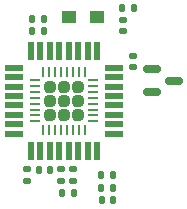
<source format=gbr>
%TF.GenerationSoftware,KiCad,Pcbnew,(6.0.2)*%
%TF.CreationDate,2023-04-03T14:54:34+02:00*%
%TF.ProjectId,IR_lights,49525f6c-6967-4687-9473-2e6b69636164,rev?*%
%TF.SameCoordinates,Original*%
%TF.FileFunction,Paste,Top*%
%TF.FilePolarity,Positive*%
%FSLAX46Y46*%
G04 Gerber Fmt 4.6, Leading zero omitted, Abs format (unit mm)*
G04 Created by KiCad (PCBNEW (6.0.2)) date 2023-04-03 14:54:34*
%MOMM*%
%LPD*%
G01*
G04 APERTURE LIST*
G04 Aperture macros list*
%AMRoundRect*
0 Rectangle with rounded corners*
0 $1 Rounding radius*
0 $2 $3 $4 $5 $6 $7 $8 $9 X,Y pos of 4 corners*
0 Add a 4 corners polygon primitive as box body*
4,1,4,$2,$3,$4,$5,$6,$7,$8,$9,$2,$3,0*
0 Add four circle primitives for the rounded corners*
1,1,$1+$1,$2,$3*
1,1,$1+$1,$4,$5*
1,1,$1+$1,$6,$7*
1,1,$1+$1,$8,$9*
0 Add four rect primitives between the rounded corners*
20,1,$1+$1,$2,$3,$4,$5,0*
20,1,$1+$1,$4,$5,$6,$7,0*
20,1,$1+$1,$6,$7,$8,$9,0*
20,1,$1+$1,$8,$9,$2,$3,0*%
G04 Aperture macros list end*
%ADD10RoundRect,0.150000X-0.587500X-0.150000X0.587500X-0.150000X0.587500X0.150000X-0.587500X0.150000X0*%
%ADD11RoundRect,0.135000X0.135000X0.185000X-0.135000X0.185000X-0.135000X-0.185000X0.135000X-0.185000X0*%
%ADD12RoundRect,0.147500X0.147500X0.172500X-0.147500X0.172500X-0.147500X-0.172500X0.147500X-0.172500X0*%
%ADD13RoundRect,0.135000X0.185000X-0.135000X0.185000X0.135000X-0.185000X0.135000X-0.185000X-0.135000X0*%
%ADD14RoundRect,0.140000X-0.170000X0.140000X-0.170000X-0.140000X0.170000X-0.140000X0.170000X0.140000X0*%
%ADD15RoundRect,0.147500X-0.147500X-0.172500X0.147500X-0.172500X0.147500X0.172500X-0.147500X0.172500X0*%
%ADD16R,1.150000X1.000000*%
%ADD17RoundRect,0.242500X0.242500X0.242500X-0.242500X0.242500X-0.242500X-0.242500X0.242500X-0.242500X0*%
%ADD18RoundRect,0.062500X0.337500X0.062500X-0.337500X0.062500X-0.337500X-0.062500X0.337500X-0.062500X0*%
%ADD19RoundRect,0.062500X0.062500X0.337500X-0.062500X0.337500X-0.062500X-0.337500X0.062500X-0.337500X0*%
%ADD20RoundRect,0.135000X-0.135000X-0.185000X0.135000X-0.185000X0.135000X0.185000X-0.135000X0.185000X0*%
%ADD21RoundRect,0.140000X0.140000X0.170000X-0.140000X0.170000X-0.140000X-0.170000X0.140000X-0.170000X0*%
%ADD22RoundRect,0.140000X-0.140000X-0.170000X0.140000X-0.170000X0.140000X0.170000X-0.140000X0.170000X0*%
%ADD23R,1.600000X0.550000*%
%ADD24R,0.550000X1.600000*%
%ADD25RoundRect,0.140000X0.170000X-0.140000X0.170000X0.140000X-0.170000X0.140000X-0.170000X-0.140000X0*%
G04 APERTURE END LIST*
D10*
%TO.C,Q1*%
X157075000Y-99425000D03*
X157075000Y-101325000D03*
X158950000Y-100375000D03*
%TD*%
D11*
%TO.C,R3*%
X147960000Y-96200000D03*
X146940000Y-96200000D03*
%TD*%
D12*
%TO.C,D1*%
X147935000Y-95175000D03*
X146965000Y-95175000D03*
%TD*%
D13*
%TO.C,R2*%
X146525000Y-108910000D03*
X146525000Y-107890000D03*
%TD*%
D14*
%TO.C,C8*%
X155475000Y-98295000D03*
X155475000Y-99255000D03*
%TD*%
D15*
%TO.C,D3*%
X152832500Y-110500000D03*
X153802500Y-110500000D03*
%TD*%
D16*
%TO.C,L3*%
X150100000Y-94950000D03*
X152450000Y-94950000D03*
%TD*%
D17*
%TO.C,U1*%
X149650000Y-102075000D03*
X148450000Y-102075000D03*
X149650000Y-103275000D03*
X149650000Y-100875000D03*
X150850000Y-102075000D03*
X150850000Y-100875000D03*
X148450000Y-103275000D03*
X148450000Y-100875000D03*
X150850000Y-103275000D03*
D18*
X152100000Y-103825000D03*
X152100000Y-103325000D03*
X152100000Y-102825000D03*
X152100000Y-102325000D03*
X152100000Y-101825000D03*
X152100000Y-101325000D03*
X152100000Y-100825000D03*
X152100000Y-100325000D03*
D19*
X151400000Y-99625000D03*
X150900000Y-99625000D03*
X150400000Y-99625000D03*
X149900000Y-99625000D03*
X149400000Y-99625000D03*
X148900000Y-99625000D03*
X148400000Y-99625000D03*
X147900000Y-99625000D03*
D18*
X147200000Y-100325000D03*
X147200000Y-100825000D03*
X147200000Y-101325000D03*
X147200000Y-101825000D03*
X147200000Y-102325000D03*
X147200000Y-102825000D03*
X147200000Y-103325000D03*
X147200000Y-103825000D03*
D19*
X147900000Y-104525000D03*
X148400000Y-104525000D03*
X148900000Y-104525000D03*
X149400000Y-104525000D03*
X149900000Y-104525000D03*
X150400000Y-104525000D03*
X150900000Y-104525000D03*
X151400000Y-104525000D03*
%TD*%
D20*
%TO.C,R8*%
X152807500Y-109425000D03*
X153827500Y-109425000D03*
%TD*%
D11*
%TO.C,R9*%
X153810000Y-108375000D03*
X152790000Y-108375000D03*
%TD*%
D21*
%TO.C,C21*%
X155535000Y-94250000D03*
X154575000Y-94250000D03*
%TD*%
D13*
%TO.C,R1*%
X150425000Y-108910000D03*
X150425000Y-107890000D03*
%TD*%
D22*
%TO.C,C5*%
X147495000Y-107925000D03*
X148455000Y-107925000D03*
%TD*%
%TO.C,C4*%
X149495000Y-109900000D03*
X150455000Y-109900000D03*
%TD*%
D23*
%TO.C,U2*%
X153900000Y-104875000D03*
X153900000Y-104075000D03*
X153900000Y-103275000D03*
X153900000Y-102475000D03*
X153900000Y-101675000D03*
X153900000Y-100875000D03*
X153900000Y-100075000D03*
X153900000Y-99275000D03*
D24*
X152450000Y-97825000D03*
X151650000Y-97825000D03*
X150850000Y-97825000D03*
X150050000Y-97825000D03*
X149250000Y-97825000D03*
X148450000Y-97825000D03*
X147650000Y-97825000D03*
X146850000Y-97825000D03*
D23*
X145400000Y-99275000D03*
X145400000Y-100075000D03*
X145400000Y-100875000D03*
X145400000Y-101675000D03*
X145400000Y-102475000D03*
X145400000Y-103275000D03*
X145400000Y-104075000D03*
X145400000Y-104875000D03*
D24*
X146850000Y-106325000D03*
X147650000Y-106325000D03*
X148450000Y-106325000D03*
X149250000Y-106325000D03*
X150050000Y-106325000D03*
X150850000Y-106325000D03*
X151650000Y-106325000D03*
X152450000Y-106325000D03*
%TD*%
D25*
%TO.C,C2*%
X154600000Y-96180000D03*
X154600000Y-95220000D03*
%TD*%
%TO.C,C3*%
X149425000Y-108855000D03*
X149425000Y-107895000D03*
%TD*%
M02*

</source>
